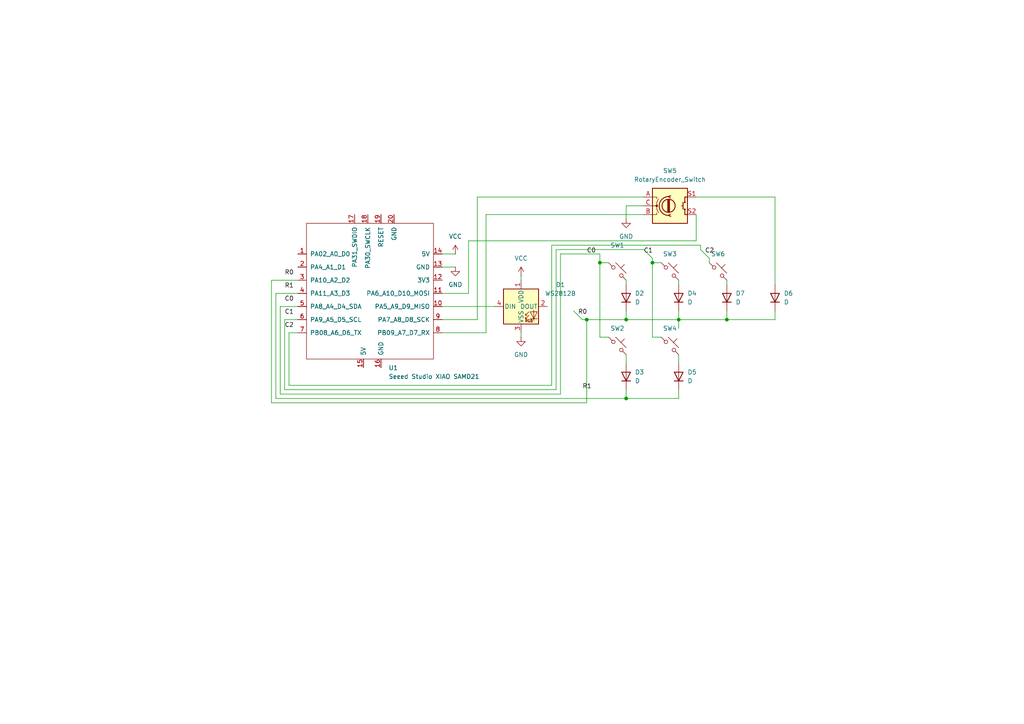
<source format=kicad_sch>
(kicad_sch (version 20231120) (generator "eeschema") (generator_version "8.0")
  (paper "A4")
  (lib_symbols
    (symbol "Device:D" (pin_numbers hide) (pin_names (offset 1.016) hide)
      (property "Reference" "D" (at 0 2.54 0))
      (property "Value" "D" (at 0 -2.54 0))
      (symbol "D_0_1"
        (polyline (pts (xy -1.27 1.27) (xy -1.27 -1.27)) (stroke (width 0.254)))
        (polyline (pts (xy 1.27 0) (xy -1.27 0)))
        (polyline (pts (xy 1.27 1.27) (xy 1.27 -1.27) (xy -1.27 0) (xy 1.27 1.27)) (stroke (width 0.254)))
      )
      (symbol "D_1_1"
        (pin passive line (at -3.81 0 0) (length 2.54) (name "K") (number "1"))
        (pin passive line (at 3.81 0 180) (length 2.54) (name "A") (number "2"))
      )
    )
    (symbol "Device:RotaryEncoder_Switch" (pin_names (offset 0.254) hide)
      (property "Reference" "SW" (at 0 6.604 0))
      (property "Value" "RotaryEncoder_Switch" (at 0 -6.604 0))
      (symbol "RotaryEncoder_Switch_0_1"
        (rectangle (start -5.08 5.08) (end 5.08 -5.08) (stroke (width 0.254)) (fill (type background)))
        (circle (center -3.81 0) (radius 0.254) (fill (type outline)))
        (circle (center -0.381 0) (radius 1.905) (stroke (width 0.254)))
        (arc (start -0.381 2.667) (mid -3.0988 -0.0635) (end -0.381 -2.794) (stroke (width 0.254)))
        (polyline (pts (xy -0.635 -1.778) (xy -0.635 1.778)) (stroke (width 0.254)))
        (polyline (pts (xy -0.381 -1.778) (xy -0.381 1.778)) (stroke (width 0.254)))
        (polyline (pts (xy -0.127 1.778) (xy -0.127 -1.778)) (stroke (width 0.254)))
        (polyline (pts (xy 3.81 0) (xy 3.429 0)) (stroke (width 0.254)))
        (polyline (pts (xy 3.81 1.016) (xy 3.81 -1.016)) (stroke (width 0.254)))
        (polyline (pts (xy -5.08 -2.54) (xy -3.81 -2.54) (xy -3.81 -2.032)))
        (polyline (pts (xy -5.08 2.54) (xy -3.81 2.54) (xy -3.81 2.032)))
        (polyline (pts (xy 0.254 -3.048) (xy -0.508 -2.794) (xy 0.127 -2.413)) (stroke (width 0.254)))
        (polyline (pts (xy 0.254 2.921) (xy -0.508 2.667) (xy 0.127 2.286)) (stroke (width 0.254)))
        (polyline (pts (xy 5.08 -2.54) (xy 4.318 -2.54) (xy 4.318 -1.016)) (stroke (width 0.254)))
        (polyline (pts (xy 5.08 2.54) (xy 4.318 2.54) (xy 4.318 1.016)) (stroke (width 0.254)))
        (polyline (pts (xy -5.08 0) (xy -3.81 0) (xy -3.81 -1.016) (xy -3.302 -2.032)))
        (polyline (pts (xy -4.318 0) (xy -3.81 0) (xy -3.81 1.016) (xy -3.302 2.032)))
        (circle (center 4.318 -1.016) (radius 0.127) (stroke (width 0.254)))
        (circle (center 4.318 1.016) (radius 0.127) (stroke (width 0.254)))
      )
      (symbol "RotaryEncoder_Switch_1_1"
        (pin passive line (at -7.62 2.54 0) (length 2.54) (name "A") (number "A"))
        (pin passive line (at -7.62 -2.54 0) (length 2.54) (name "B") (number "B"))
        (pin passive line (at -7.62 0 0) (length 2.54) (name "C") (number "C"))
        (pin passive line (at 7.62 2.54 180) (length 2.54) (name "S1") (number "S1"))
        (pin passive line (at 7.62 -2.54 180) (length 2.54) (name "S2") (number "S2"))
      )
    )
    (symbol "LED:WS2812B" (pin_names (offset 0.254))
      (property "Reference" "D" (at 5.08 5.715 0))
      (property "Value" "WS2812B" (at 1.27 -5.715 0))
      (symbol "WS2812B_0_0"
        (text "RGB" (at 2.286 -4.191 0) (effects (font (size 0.762 0.762))))
      )
      (symbol "WS2812B_0_1"
        (polyline (pts (xy 1.27 -3.556) (xy 1.778 -3.556)))
        (polyline (pts (xy 1.27 -2.54) (xy 1.778 -2.54)))
        (polyline (pts (xy 4.699 -3.556) (xy 2.667 -3.556)))
        (polyline (pts (xy 2.286 -2.54) (xy 1.27 -3.556) (xy 1.27 -3.048)))
        (polyline (pts (xy 2.286 -1.524) (xy 1.27 -2.54) (xy 1.27 -2.032)))
        (polyline (pts (xy 3.683 -1.016) (xy 3.683 -3.556) (xy 3.683 -4.064)))
        (polyline (pts (xy 4.699 -1.524) (xy 2.667 -1.524) (xy 3.683 -3.556) (xy 4.699 -1.524)))
        (rectangle (start 5.08 5.08) (end -5.08 -5.08) (stroke (width 0.254)) (fill (type background)))
      )
      (symbol "WS2812B_1_1"
        (pin power_in line (at 0 7.62 270) (length 2.54) (name "VDD") (number "1"))
        (pin output line (at 7.62 0 180) (length 2.54) (name "DOUT") (number "2"))
        (pin power_in line (at 0 -7.62 90) (length 2.54) (name "VSS") (number "3"))
        (pin input line (at -7.62 0 0) (length 2.54) (name "DIN") (number "4"))
      )
    )
    (symbol "Seeed_Studio_XIAO_Series:Seeed Studio XIAO SAMD21" (pin_names (offset 1.016))
      (property "Reference" "U" (at -19.05 22.86 0))
      (property "Value" "Seeed Studio XIAO SAMD21" (at -12.7 21.59 0))
      (symbol "Seeed Studio XIAO SAMD21_0_1"
        (rectangle (start -19.05 20.32) (end 17.78 -19.05))
      )
      (symbol "Seeed Studio XIAO SAMD21_1_1"
        (pin unspecified line (at -21.59 11.43 0) (length 2.54) (name "PA02_A0_D0") (number "1"))
        (pin unspecified line (at 20.32 -3.81 180) (length 2.54) (name "PA5_A9_D9_MISO") (number "10"))
        (pin unspecified line (at 20.32 0 180) (length 2.54) (name "PA6_A10_D10_MOSI") (number "11"))
        (pin unspecified line (at 20.32 3.81 180) (length 2.54) (name "3V3") (number "12"))
        (pin unspecified line (at 20.32 7.62 180) (length 2.54) (name "GND") (number "13"))
        (pin unspecified line (at 20.32 11.43 180) (length 2.54) (name "5V") (number "14"))
        (pin input line (at -2.54 -21.59 90) (length 2.54) (name "5V") (number "15"))
        (pin input line (at 2.54 -21.59 90) (length 2.54) (name "GND") (number "16"))
        (pin input line (at -5.08 22.86 270) (length 2.54) (name "PA31_SWDIO") (number "17"))
        (pin input line (at -1.27 22.86 270) (length 2.54) (name "PA30_SWCLK") (number "18"))
        (pin input line (at 2.54 22.86 270) (length 2.54) (name "RESET") (number "19"))
        (pin unspecified line (at -21.59 7.62 0) (length 2.54) (name "PA4_A1_D1") (number "2"))
        (pin input line (at 6.35 22.86 270) (length 2.54) (name "GND") (number "20"))
        (pin unspecified line (at -21.59 3.81 0) (length 2.54) (name "PA10_A2_D2") (number "3"))
        (pin unspecified line (at -21.59 0 0) (length 2.54) (name "PA11_A3_D3") (number "4"))
        (pin unspecified line (at -21.59 -3.81 0) (length 2.54) (name "PA8_A4_D4_SDA") (number "5"))
        (pin unspecified line (at -21.59 -7.62 0) (length 2.54) (name "PA9_A5_D5_SCL") (number "6"))
        (pin unspecified line (at -21.59 -11.43 0) (length 2.54) (name "PB08_A6_D6_TX") (number "7"))
        (pin unspecified line (at 20.32 -11.43 180) (length 2.54) (name "PB09_A7_D7_RX") (number "8"))
        (pin unspecified line (at 20.32 -7.62 180) (length 2.54) (name "PA7_A8_D8_SCK") (number "9"))
      )
    )
    (symbol "Switch:SW_Push_45deg" (pin_numbers hide) (pin_names (offset 1.016) hide)
      (property "Reference" "SW" (at 3.048 1.016 0))
      (property "Value" "SW_Push_45deg" (at 0 -3.81 0))
      (symbol "SW_Push_45deg_0_1"
        (circle (center -1.1684 1.1684) (radius 0.508))
        (polyline (pts (xy -0.508 2.54) (xy 2.54 -0.508)))
        (polyline (pts (xy 1.016 1.016) (xy 2.032 2.032)))
        (polyline (pts (xy -2.54 2.54) (xy -1.524 1.524) (xy -1.524 1.524)))
        (polyline (pts (xy 1.524 -1.524) (xy 2.54 -2.54) (xy 2.54 -2.54) (xy 2.54 -2.54)))
        (circle (center 1.143 -1.1938) (radius 0.508))
        (pin passive line (at -2.54 2.54 0) (length 0) (name "1") (number "1"))
        (pin passive line (at 2.54 -2.54 180) (length 0) (name "2") (number "2"))
      )
    )
    (symbol "power:GND" (power) (pin_numbers hide) (pin_names (offset 0) hide)
      (property "Value" "GND" (at 0 -3.81 0))
      (symbol "GND_0_1"
        (polyline (pts (xy 0 0) (xy 0 -1.27) (xy 1.27 -1.27) (xy 0 -2.54) (xy -1.27 -1.27) (xy 0 -1.27)))
      )
      (symbol "GND_1_1"
        (pin power_in line (at 0 0 270) (length 0) (name "~") (number "1"))
      )
    )
    (symbol "power:VCC" (power) (pin_numbers hide) (pin_names (offset 0) hide)
      (property "Value" "VCC" (at 0 3.556 0))
      (symbol "VCC_0_1"
        (polyline (pts (xy -0.762 1.27) (xy 0 2.54)))
        (polyline (pts (xy 0 0) (xy 0 2.54)))
        (polyline (pts (xy 0 2.54) (xy 0.762 1.27)))
      )
      (symbol "VCC_1_1"
        (pin power_in line (at 0 0 90) (length 0) (name "~") (number "1"))
      )
    )
  )
  (junction (at 181.61 115.57))
  (junction (at 196.85 92.71))
  (junction (at 173.99 76.2))
  (junction (at 181.61 92.71))
  (junction (at 170.18 92.71))
  (junction (at 210.82 92.71))
  (junction (at 189.23 76.2))
  (bus_entry (at 186.69 72.39) (size 2.54 2.54))
  (bus_entry (at 166.37 90.17) (size 2.54 2.54))
  (bus_entry (at 203.2 72.39) (size 2.54 2.54))
  (wire (pts (xy 132.08 73.66) (xy 128.27 73.66)))
  (wire (pts (xy 82.55 92.71) (xy 82.55 113.03)))
  (wire (pts (xy 181.61 105.41) (xy 181.61 102.87)))
  (wire (pts (xy 78.74 116.84) (xy 170.18 116.84)))
  (wire (pts (xy 205.74 74.93) (xy 205.74 76.2)))
  (wire (pts (xy 173.99 73.66) (xy 173.99 76.2)))
  (wire (pts (xy 210.82 92.71) (xy 224.79 92.71)))
  (wire (pts (xy 181.61 113.03) (xy 181.61 115.57)))
  (wire (pts (xy 173.99 76.2) (xy 176.53 76.2)))
  (wire (pts (xy 83.82 111.76) (xy 160.02 111.76)))
  (wire (pts (xy 203.2 71.12) (xy 203.2 72.39)))
  (wire (pts (xy 162.56 73.66) (xy 173.99 73.66)))
  (wire (pts (xy 210.82 81.28) (xy 210.82 82.55)))
  (wire (pts (xy 160.02 71.12) (xy 203.2 71.12)))
  (wire (pts (xy 78.74 81.28) (xy 86.36 81.28)))
  (wire (pts (xy 78.74 81.28) (xy 78.74 116.84)))
  (wire (pts (xy 173.99 76.2) (xy 173.99 97.79)))
  (wire (pts (xy 173.99 97.79) (xy 176.53 97.79)))
  (wire (pts (xy 189.23 97.79) (xy 191.77 97.79)))
  (wire (pts (xy 224.79 82.55) (xy 224.79 57.15)))
  (wire (pts (xy 196.85 81.28) (xy 196.85 82.55)))
  (wire (pts (xy 181.61 59.69) (xy 181.61 63.5)))
  (wire (pts (xy 151.13 81.28) (xy 151.13 80.01)))
  (wire (pts (xy 128.27 92.71) (xy 138.43 92.71)))
  (wire (pts (xy 201.93 62.23) (xy 201.93 69.85)))
  (wire (pts (xy 181.61 115.57) (xy 196.85 115.57)))
  (wire (pts (xy 224.79 57.15) (xy 201.93 57.15)))
  (wire (pts (xy 189.23 76.2) (xy 189.23 97.79)))
  (wire (pts (xy 81.28 88.9) (xy 81.28 114.3)))
  (wire (pts (xy 196.85 102.87) (xy 196.85 105.41)))
  (wire (pts (xy 83.82 96.52) (xy 86.36 96.52)))
  (wire (pts (xy 135.89 69.85) (xy 135.89 85.09)))
  (wire (pts (xy 170.18 92.71) (xy 170.18 116.84)))
  (wire (pts (xy 128.27 77.47) (xy 132.08 77.47)))
  (wire (pts (xy 181.61 90.17) (xy 181.61 92.71)))
  (wire (pts (xy 201.93 69.85) (xy 135.89 69.85)))
  (wire (pts (xy 196.85 90.17) (xy 196.85 92.71)))
  (wire (pts (xy 80.01 115.57) (xy 181.61 115.57)))
  (wire (pts (xy 135.89 85.09) (xy 128.27 85.09)))
  (wire (pts (xy 82.55 92.71) (xy 86.36 92.71)))
  (wire (pts (xy 162.56 114.3) (xy 162.56 73.66)))
  (wire (pts (xy 196.85 115.57) (xy 196.85 113.03)))
  (wire (pts (xy 189.23 74.93) (xy 189.23 76.2)))
  (wire (pts (xy 161.29 72.39) (xy 186.69 72.39)))
  (wire (pts (xy 138.43 57.15) (xy 186.69 57.15)))
  (wire (pts (xy 196.85 92.71) (xy 196.85 95.25)))
  (wire (pts (xy 224.79 92.71) (xy 224.79 90.17)))
  (wire (pts (xy 80.01 85.09) (xy 80.01 115.57)))
  (wire (pts (xy 140.97 62.23) (xy 140.97 96.52)))
  (wire (pts (xy 128.27 88.9) (xy 143.51 88.9)))
  (wire (pts (xy 82.55 113.03) (xy 161.29 113.03)))
  (wire (pts (xy 81.28 88.9) (xy 86.36 88.9)))
  (wire (pts (xy 181.61 82.55) (xy 181.61 81.28)))
  (wire (pts (xy 83.82 96.52) (xy 83.82 111.76)))
  (wire (pts (xy 151.13 97.79) (xy 151.13 96.52)))
  (wire (pts (xy 181.61 92.71) (xy 196.85 92.71)))
  (wire (pts (xy 161.29 113.03) (xy 161.29 72.39)))
  (wire (pts (xy 210.82 90.17) (xy 210.82 92.71)))
  (wire (pts (xy 140.97 96.52) (xy 128.27 96.52)))
  (wire (pts (xy 80.01 85.09) (xy 86.36 85.09)))
  (wire (pts (xy 196.85 92.71) (xy 210.82 92.71)))
  (wire (pts (xy 160.02 111.76) (xy 160.02 71.12)))
  (wire (pts (xy 170.18 92.71) (xy 181.61 92.71)))
  (wire (pts (xy 81.28 114.3) (xy 162.56 114.3)))
  (wire (pts (xy 186.69 62.23) (xy 140.97 62.23)))
  (wire (pts (xy 189.23 76.2) (xy 191.77 76.2)))
  (wire (pts (xy 186.69 59.69) (xy 181.61 59.69)))
  (wire (pts (xy 138.43 92.71) (xy 138.43 57.15)))
  (wire (pts (xy 168.91 92.71) (xy 170.18 92.71)))
  (label "C1" (at 82.55 91.44 0))
  (label "R0" (at 167.64 91.44 0))
  (label "R0" (at 82.55 80.01 0))
  (label "C0" (at 82.55 87.63 0))
  (label "R1" (at 168.91 113.03 0))
  (label "C2" (at 204.47 73.66 0))
  (label "C2" (at 82.55 95.25 0))
  (label "C0" (at 170.18 73.66 0))
  (label "C1" (at 186.69 73.66 0))
  (label "R1" (at 82.55 83.82 0))
  (symbol (lib_id "Switch:SW_Push_45deg") (at 194.31 100.33 0) (unit 1)
    (property "Reference" "SW4" (at 194.31 95.25 0))
    (property "Value" "SW_Push_45deg" (effects (hide yes)))
    (property "Footprint" "Button_Switch_Keyboard:SW_Cherry_MX_1.00u_PCB" (effects (hide yes)))
    (property "Description" "Push button switch, normally open, two pins, 45° tilted" (effects (hide yes)))
  )
  (symbol (lib_id "Device:D") (at 181.61 109.22 90) (unit 1)
    (property "Reference" "D3" (at 184.15 107.9499 90) (effects (justify right)))
    (property "Value" "D" (at 184.15 110.4899 90) (effects (justify right)))
    (property "Footprint" "Diode_THT:D_DO-35_SOD27_P7.62mm_Horizontal" (effects (hide yes)))
    (property "Description" "Diode" (effects (hide yes)))
    (property "Sim.Device" "D" (effects (hide yes)))
    (property "Sim.Pins" "1=K 2=A" (effects (hide yes)))
  )
  (symbol (lib_id "Device:D") (at 224.79 86.36 90) (unit 1)
    (property "Reference" "D6" (at 227.33 85.0899 90) (effects (justify right)))
    (property "Value" "D" (at 227.33 87.6299 90) (effects (justify right)))
    (property "Footprint" "Diode_THT:D_DO-35_SOD27_P7.62mm_Horizontal" (effects (hide yes)))
    (property "Description" "Diode" (effects (hide yes)))
    (property "Sim.Device" "D" (effects (hide yes)))
    (property "Sim.Pins" "1=K 2=A" (effects (hide yes)))
  )
  (symbol (lib_id "LED:WS2812B") (at 151.13 88.9 0) (unit 1)
    (property "Reference" "D1" (at 162.56 82.5814 0))
    (property "Value" "WS2812B" (at 162.56 85.1214 0))
    (property "Footprint" "LED_SMD:LED_WS2812B_PLCC4_5.0x5.0mm_P3.2mm" (effects (hide yes)))
    (property "Datasheet" "https://cdn-shop.adafruit.com/datasheets/WS2812B.pdf" (effects (hide yes)))
    (property "Description" "RGB LED with integrated controller" (effects (hide yes)))
  )
  (symbol (lib_id "Device:RotaryEncoder_Switch") (at 194.31 59.69 0) (unit 1)
    (property "Reference" "SW5" (at 194.31 49.53 0))
    (property "Value" "RotaryEncoder_Switch" (at 194.31 52.07 0))
    (property "Footprint" "Rotary_Encoder:RotaryEncoder_Alps_EC11E-Switch_Vertical_H20mm" (effects (hide yes)))
    (property "Description" "Rotary encoder, dual channel, incremental quadrate outputs, with switch" (effects (hide yes)))
  )
  (symbol (lib_id "Device:D") (at 196.85 109.22 90) (unit 1)
    (property "Reference" "D5" (at 199.39 107.9499 90) (effects (justify right)))
    (property "Value" "D" (at 199.39 110.4899 90) (effects (justify right)))
    (property "Footprint" "Diode_THT:D_DO-35_SOD27_P7.62mm_Horizontal" (effects (hide yes)))
    (property "Description" "Diode" (effects (hide yes)))
    (property "Sim.Device" "D" (effects (hide yes)))
    (property "Sim.Pins" "1=K 2=A" (effects (hide yes)))
  )
  (symbol (lib_id "power:GND") (at 181.61 63.5 0) (unit 1)
    (property "Reference" "#PWR01" (effects (hide yes)))
    (property "Value" "GND" (at 181.61 68.58 0))
    (property "Description" "Power symbol creates a global label with name \"GND\" , ground" (effects (hide yes)))
  )
  (symbol (lib_id "Switch:SW_Push_45deg") (at 179.07 100.33 0) (unit 1)
    (property "Reference" "SW2" (at 179.07 95.25 0))
    (property "Value" "SW_Push_45deg" (effects (hide yes)))
    (property "Footprint" "Button_Switch_Keyboard:SW_Cherry_MX_1.00u_PCB" (effects (hide yes)))
    (property "Description" "Push button switch, normally open, two pins, 45° tilted" (effects (hide yes)))
  )
  (symbol (lib_id "power:VCC") (at 151.13 80.01 0) (unit 1)
    (property "Reference" "#PWR06" (effects (hide yes)))
    (property "Value" "VCC" (at 151.13 74.93 0))
    (property "Description" "Power symbol creates a global label with name \"VCC\"" (effects (hide yes)))
  )
  (symbol (lib_id "Switch:SW_Push_45deg") (at 194.31 78.74 0) (unit 1)
    (property "Reference" "SW3" (at 194.31 73.66 0))
    (property "Value" "SW_Push_45deg" (effects (hide yes)))
    (property "Footprint" "Button_Switch_Keyboard:SW_Cherry_MX_1.00u_PCB" (effects (hide yes)))
    (property "Description" "Push button switch, normally open, two pins, 45° tilted" (effects (hide yes)))
  )
  (symbol (lib_id "Switch:SW_Push_45deg") (at 208.28 78.74 0) (unit 1)
    (property "Reference" "SW6" (at 208.28 73.66 0))
    (property "Value" "SW_Push_45deg" (effects (hide yes)))
    (property "Footprint" "Button_Switch_Keyboard:SW_Cherry_MX_2.00u_PCB" (effects (hide yes)))
    (property "Description" "Push button switch, normally open, two pins, 45° tilted" (effects (hide yes)))
  )
  (symbol (lib_id "Switch:SW_Push_45deg") (at 179.07 78.74 0) (unit 1)
    (property "Reference" "SW1" (at 179.07 71.12 0))
    (property "Value" "SW_Push_45deg" (effects (hide yes)))
    (property "Footprint" "Button_Switch_Keyboard:SW_Cherry_MX_1.00u_PCB" (effects (hide yes)))
    (property "Description" "Push button switch, normally open, two pins, 45° tilted" (effects (hide yes)))
  )
  (symbol (lib_id "Seeed_Studio_XIAO_Series:Seeed Studio XIAO SAMD21") (at 107.95 85.09 0) (unit 1)
    (property "Reference" "U1" (at 112.6841 106.68 0) (effects (justify left)))
    (property "Value" "Seeed Studio XIAO SAMD21" (at 112.6841 109.22 0) (effects (justify left)))
    (property "Footprint" "footprints:XIAO-Generic-Thruhole-14P-2.54-21X17.8MM" (effects (hide yes)))
  )
  (symbol (lib_id "power:GND") (at 132.08 77.47 0) (unit 1)
    (property "Reference" "#PWR03" (effects (hide yes)))
    (property "Value" "GND" (at 132.08 82.55 0))
    (property "Description" "Power symbol creates a global label with name \"GND\" , ground" (effects (hide yes)))
  )
  (symbol (lib_id "Device:D") (at 181.61 86.36 90) (unit 1)
    (property "Reference" "D2" (at 184.15 85.0899 90) (effects (justify right)))
    (property "Value" "D" (at 184.15 87.6299 90) (effects (justify right)))
    (property "Footprint" "Diode_THT:D_DO-35_SOD27_P7.62mm_Horizontal" (effects (hide yes)))
    (property "Description" "Diode" (effects (hide yes)))
    (property "Sim.Device" "D" (effects (hide yes)))
    (property "Sim.Pins" "1=K 2=A" (effects (hide yes)))
  )
  (symbol (lib_id "Device:D") (at 210.82 86.36 90) (unit 1)
    (property "Reference" "D7" (at 213.36 85.0899 90) (effects (justify right)))
    (property "Value" "D" (at 213.36 87.6299 90) (effects (justify right)))
    (property "Footprint" "Diode_THT:D_DO-35_SOD27_P7.62mm_Horizontal" (effects (hide yes)))
    (property "Description" "Diode" (effects (hide yes)))
    (property "Sim.Device" "D" (effects (hide yes)))
    (property "Sim.Pins" "1=K 2=A" (effects (hide yes)))
  )
  (symbol (lib_id "power:GND") (at 151.13 97.79 0) (unit 1)
    (property "Reference" "#PWR05" (effects (hide yes)))
    (property "Value" "GND" (at 151.13 102.87 0))
    (property "Description" "Power symbol creates a global label with name \"GND\" , ground" (effects (hide yes)))
  )
  (symbol (lib_id "power:VCC") (at 132.08 73.66 0) (unit 1)
    (property "Reference" "#PWR02" (effects (hide yes)))
    (property "Value" "VCC" (at 132.08 68.58 0))
    (property "Description" "Power symbol creates a global label with name \"VCC\"" (effects (hide yes)))
  )
  (symbol (lib_id "Device:D") (at 196.85 86.36 90) (unit 1)
    (property "Reference" "D4" (at 199.39 85.0899 90) (effects (justify right)))
    (property "Value" "D" (at 199.39 87.6299 90) (effects (justify right)))
    (property "Footprint" "Diode_THT:D_DO-35_SOD27_P7.62mm_Horizontal" (effects (hide yes)))
    (property "Description" "Diode" (effects (hide yes)))
    (property "Sim.Device" "D" (effects (hide yes)))
    (property "Sim.Pins" "1=K 2=A" (effects (hide yes)))
  )
)
</source>
